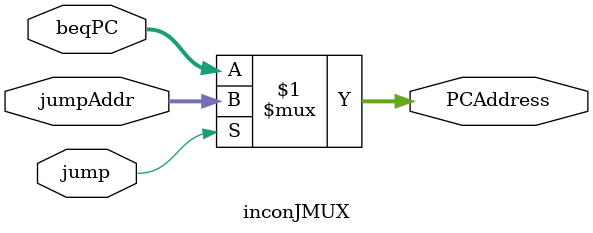
<source format=v>


module inconJMUX (jump, jumpAddr, beqPC, PCAddress);

    input wire jump;
    input wire [31:0] jumpAddr;
    input wire [31:0] beqPC;

    output wire [31:0] PCAddress;


    assign PCAddress = (jump) ? jumpAddr : beqPC;



endmodule
</source>
